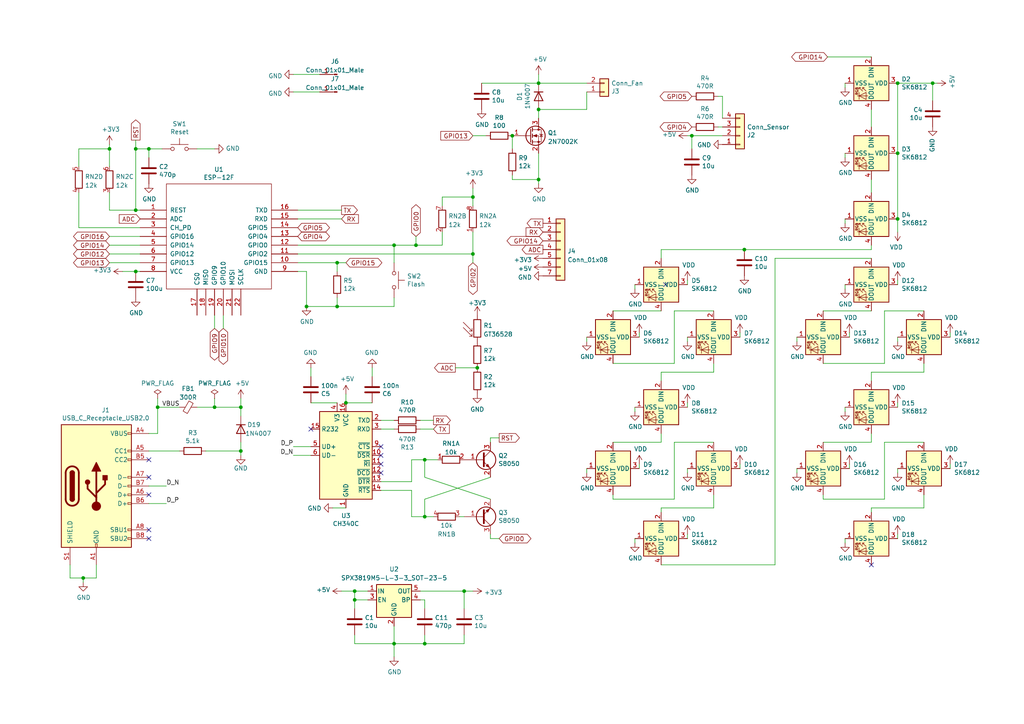
<source format=kicad_sch>
(kicad_sch (version 20211123) (generator eeschema)
  (paper "A4")
  (title_block (title "ESPriktning"))
  (junction (at 137.16 73.66))
  (junction (at 39.37 78.74))
  (junction (at 114.3 186.69))
  (junction (at 69.85 130.81))
  (junction (at 62.23 118.11))
  (junction (at 138.43 106.68))
  (junction (at 43.18 43.18))
  (junction (at 260.35 63.5))
  (junction (at 156.21 52.07))
  (junction (at 69.85 118.11))
  (junction (at 137.16 57.15))
  (junction (at 270.51 24.13))
  (junction (at 45.72 118.11))
  (junction (at 260.35 24.13))
  (junction (at 39.37 60.96))
  (junction (at 102.87 171.45))
  (junction (at 156.21 24.13))
  (junction (at 97.79 76.2))
  (junction (at 123.19 186.69))
  (junction (at 148.59 39.37))
  (junction (at 260.35 44.45))
  (junction (at 100.33 116.84))
  (junction (at 39.37 43.18))
  (junction (at 24.13 167.64))
  (junction (at 120.65 71.12))
  (junction (at 123.19 149.86))
  (junction (at 31.75 43.18))
  (junction (at 114.3 71.12))
  (junction (at 200.66 39.37))
  (junction (at 97.79 88.9))
  (junction (at 156.21 31.75))
  (junction (at 88.9 88.9))
  (junction (at 134.62 171.45))
  (junction (at 123.19 133.35))
  (junction (at 215.9 72.39))
  (junction (at 102.87 173.99))
  (no_connect (at 110.49 132.08))
  (no_connect (at 43.18 133.35))
  (no_connect (at 43.18 156.21))
  (no_connect (at 252.73 163.83))
  (no_connect (at 110.49 129.54))
  (no_connect (at 110.49 134.62))
  (no_connect (at 90.17 124.46))
  (no_connect (at 43.18 138.43))
  (no_connect (at 43.18 143.51))
  (no_connect (at 193.04 82.55))
  (no_connect (at 110.49 137.16))
  (no_connect (at 43.18 153.67))
  (wire (pts (xy 86.36 71.12) (xy 114.3 71.12)))
  (wire (pts (xy 114.3 76.2) (xy 114.3 71.12)))
  (wire (pts (xy 195.58 90.17) (xy 207.01 90.17)))
  (wire (pts (xy 148.59 50.8) (xy 148.59 52.07)))
  (wire (pts (xy 214.63 97.79) (xy 214.63 96.52)))
  (wire (pts (xy 114.3 88.9) (xy 97.79 88.9)))
  (wire (pts (xy 119.38 133.35) (xy 123.19 133.35)))
  (wire (pts (xy 214.63 135.89) (xy 214.63 134.62)))
  (wire (pts (xy 97.79 76.2) (xy 100.33 76.2)))
  (wire (pts (xy 156.21 44.45) (xy 156.21 52.07)))
  (wire (pts (xy 252.73 147.32) (xy 252.73 148.59)))
  (wire (pts (xy 191.77 107.95) (xy 191.77 110.49)))
  (wire (pts (xy 123.19 149.86) (xy 125.73 149.86)))
  (wire (pts (xy 209.55 27.94) (xy 209.55 34.29)))
  (wire (pts (xy 191.77 125.73) (xy 191.77 128.27)))
  (wire (pts (xy 43.18 140.97) (xy 48.26 140.97)))
  (wire (pts (xy 170.18 31.75) (xy 156.21 31.75)))
  (wire (pts (xy 137.16 73.66) (xy 137.16 76.2)))
  (wire (pts (xy 40.64 68.58) (xy 31.75 68.58)))
  (wire (pts (xy 85.09 129.54) (xy 90.17 129.54)))
  (wire (pts (xy 123.19 184.15) (xy 123.19 186.69)))
  (wire (pts (xy 119.38 149.86) (xy 123.19 149.86)))
  (wire (pts (xy 132.08 106.68) (xy 138.43 106.68)))
  (wire (pts (xy 170.18 26.67) (xy 170.18 31.75)))
  (wire (pts (xy 107.95 116.84) (xy 100.33 116.84)))
  (wire (pts (xy 252.73 72.39) (xy 215.9 72.39)))
  (wire (pts (xy 97.79 116.84) (xy 90.17 116.84)))
  (wire (pts (xy 224.79 163.83) (xy 224.79 74.93)))
  (wire (pts (xy 40.64 76.2) (xy 31.75 76.2)))
  (wire (pts (xy 144.78 156.21) (xy 142.24 156.21)))
  (wire (pts (xy 200.66 43.18) (xy 200.66 39.37)))
  (wire (pts (xy 69.85 130.81) (xy 69.85 132.08)))
  (wire (pts (xy 20.32 163.83) (xy 20.32 167.64)))
  (wire (pts (xy 170.18 97.79) (xy 170.18 99.06)))
  (wire (pts (xy 123.19 186.69) (xy 114.3 186.69)))
  (wire (pts (xy 207.01 143.51) (xy 207.01 147.32)))
  (wire (pts (xy 100.33 147.32) (xy 96.52 147.32)))
  (wire (pts (xy 114.3 181.61) (xy 114.3 186.69)))
  (wire (pts (xy 208.28 36.83) (xy 209.55 36.83)))
  (wire (pts (xy 86.36 78.74) (xy 88.9 78.74)))
  (wire (pts (xy 24.13 167.64) (xy 27.94 167.64)))
  (wire (pts (xy 137.16 57.15) (xy 137.16 59.69)))
  (wire (pts (xy 69.85 128.27) (xy 69.85 130.81)))
  (wire (pts (xy 231.14 97.79) (xy 231.14 99.06)))
  (wire (pts (xy 200.66 39.37) (xy 199.39 39.37)))
  (wire (pts (xy 128.27 57.15) (xy 137.16 57.15)))
  (wire (pts (xy 134.62 186.69) (xy 123.19 186.69)))
  (wire (pts (xy 43.18 45.72) (xy 43.18 43.18)))
  (wire (pts (xy 43.18 43.18) (xy 46.99 43.18)))
  (wire (pts (xy 31.75 43.18) (xy 22.86 43.18)))
  (wire (pts (xy 238.76 144.78) (xy 256.54 144.78)))
  (wire (pts (xy 40.64 73.66) (xy 31.75 73.66)))
  (wire (pts (xy 125.73 121.92) (xy 121.92 121.92)))
  (wire (pts (xy 31.75 60.96) (xy 39.37 60.96)))
  (wire (pts (xy 85.09 26.67) (xy 92.71 26.67)))
  (wire (pts (xy 114.3 124.46) (xy 110.49 124.46)))
  (wire (pts (xy 86.36 60.96) (xy 99.06 60.96)))
  (wire (pts (xy 39.37 43.18) (xy 43.18 43.18)))
  (wire (pts (xy 20.32 167.64) (xy 24.13 167.64)))
  (wire (pts (xy 39.37 43.18) (xy 39.37 40.64)))
  (wire (pts (xy 185.42 97.79) (xy 185.42 96.52)))
  (wire (pts (xy 114.3 186.69) (xy 102.87 186.69)))
  (wire (pts (xy 156.21 24.13) (xy 170.18 24.13)))
  (wire (pts (xy 267.97 105.41) (xy 267.97 107.95)))
  (wire (pts (xy 59.69 130.81) (xy 69.85 130.81)))
  (wire (pts (xy 238.76 105.41) (xy 256.54 105.41)))
  (wire (pts (xy 99.06 171.45) (xy 102.87 171.45)))
  (wire (pts (xy 97.79 86.36) (xy 97.79 88.9)))
  (wire (pts (xy 195.58 144.78) (xy 195.58 128.27)))
  (wire (pts (xy 170.18 137.16) (xy 170.18 135.89)))
  (wire (pts (xy 245.11 83.82) (xy 245.11 82.55)))
  (wire (pts (xy 260.35 82.55) (xy 260.35 81.28)))
  (wire (pts (xy 102.87 171.45) (xy 102.87 173.99)))
  (wire (pts (xy 134.62 184.15) (xy 134.62 186.69)))
  (wire (pts (xy 199.39 97.79) (xy 199.39 99.06)))
  (wire (pts (xy 245.11 45.72) (xy 245.11 44.45)))
  (wire (pts (xy 88.9 78.74) (xy 88.9 88.9)))
  (wire (pts (xy 114.3 71.12) (xy 120.65 71.12)))
  (wire (pts (xy 195.58 144.78) (xy 177.8 144.78)))
  (wire (pts (xy 133.35 149.86) (xy 134.62 149.86)))
  (wire (pts (xy 31.75 55.88) (xy 31.75 60.96)))
  (wire (pts (xy 110.49 142.24) (xy 119.38 142.24)))
  (wire (pts (xy 52.07 130.81) (xy 43.18 130.81)))
  (wire (pts (xy 256.54 128.27) (xy 267.97 128.27)))
  (wire (pts (xy 134.62 171.45) (xy 134.62 176.53)))
  (wire (pts (xy 156.21 34.29) (xy 156.21 31.75)))
  (wire (pts (xy 195.58 105.41) (xy 195.58 90.17)))
  (wire (pts (xy 69.85 118.11) (xy 69.85 120.65)))
  (wire (pts (xy 137.16 67.31) (xy 137.16 73.66)))
  (wire (pts (xy 45.72 115.57) (xy 45.72 118.11)))
  (wire (pts (xy 123.19 173.99) (xy 123.19 176.53)))
  (wire (pts (xy 191.77 163.83) (xy 224.79 163.83)))
  (wire (pts (xy 246.38 97.79) (xy 246.38 96.52)))
  (wire (pts (xy 260.35 24.13) (xy 260.35 44.45)))
  (wire (pts (xy 128.27 67.31) (xy 128.27 71.12)))
  (wire (pts (xy 64.77 95.25) (xy 64.77 91.44)))
  (wire (pts (xy 252.73 71.12) (xy 252.73 72.39)))
  (wire (pts (xy 114.3 121.92) (xy 110.49 121.92)))
  (wire (pts (xy 252.73 125.73) (xy 252.73 128.27)))
  (wire (pts (xy 256.54 144.78) (xy 256.54 128.27)))
  (wire (pts (xy 245.11 64.77) (xy 245.11 63.5)))
  (wire (pts (xy 177.8 143.51) (xy 177.8 144.78)))
  (wire (pts (xy 252.73 55.88) (xy 252.73 52.07)))
  (wire (pts (xy 191.77 90.17) (xy 177.8 90.17)))
  (wire (pts (xy 260.35 137.16) (xy 260.35 135.89)))
  (wire (pts (xy 85.09 132.08) (xy 90.17 132.08)))
  (wire (pts (xy 224.79 74.93) (xy 252.73 74.93)))
  (wire (pts (xy 100.33 116.84) (xy 100.33 114.3)))
  (wire (pts (xy 62.23 115.57) (xy 62.23 118.11)))
  (wire (pts (xy 275.59 97.79) (xy 275.59 96.52)))
  (wire (pts (xy 142.24 128.27) (xy 142.24 127)))
  (wire (pts (xy 128.27 57.15) (xy 128.27 59.69)))
  (wire (pts (xy 43.18 146.05) (xy 48.26 146.05)))
  (wire (pts (xy 209.55 39.37) (xy 200.66 39.37)))
  (wire (pts (xy 39.37 43.18) (xy 39.37 60.96)))
  (wire (pts (xy 43.18 125.73) (xy 45.72 125.73)))
  (wire (pts (xy 102.87 173.99) (xy 102.87 176.53)))
  (wire (pts (xy 240.03 16.51) (xy 252.73 16.51)))
  (wire (pts (xy 142.24 127) (xy 144.78 127)))
  (wire (pts (xy 62.23 95.25) (xy 62.23 91.44)))
  (wire (pts (xy 62.23 118.11) (xy 69.85 118.11)))
  (wire (pts (xy 102.87 171.45) (xy 106.68 171.45)))
  (wire (pts (xy 156.21 24.13) (xy 156.21 21.59)))
  (wire (pts (xy 31.75 43.18) (xy 31.75 48.26)))
  (wire (pts (xy 267.97 143.51) (xy 267.97 147.32)))
  (wire (pts (xy 27.94 167.64) (xy 27.94 163.83)))
  (wire (pts (xy 123.19 149.86) (xy 123.19 144.78)))
  (wire (pts (xy 184.15 157.48) (xy 184.15 156.21)))
  (wire (pts (xy 185.42 135.89) (xy 185.42 134.62)))
  (wire (pts (xy 215.9 72.39) (xy 191.77 72.39)))
  (wire (pts (xy 252.73 128.27) (xy 238.76 128.27)))
  (wire (pts (xy 22.86 43.18) (xy 22.86 48.26)))
  (wire (pts (xy 246.38 135.89) (xy 246.38 134.62)))
  (wire (pts (xy 184.15 83.82) (xy 184.15 82.55)))
  (wire (pts (xy 85.09 21.59) (xy 92.71 21.59)))
  (wire (pts (xy 207.01 107.95) (xy 191.77 107.95)))
  (wire (pts (xy 123.19 138.43) (xy 123.19 133.35)))
  (wire (pts (xy 62.23 43.18) (xy 57.15 43.18)))
  (wire (pts (xy 69.85 118.11) (xy 69.85 115.57)))
  (wire (pts (xy 45.72 118.11) (xy 45.72 125.73)))
  (wire (pts (xy 31.75 41.91) (xy 31.75 43.18)))
  (wire (pts (xy 39.37 60.96) (xy 40.64 60.96)))
  (wire (pts (xy 142.24 144.78) (xy 123.19 138.43)))
  (wire (pts (xy 252.73 90.17) (xy 238.76 90.17)))
  (wire (pts (xy 245.11 25.4) (xy 245.11 24.13)))
  (wire (pts (xy 184.15 119.38) (xy 184.15 118.11)))
  (wire (pts (xy 123.19 144.78) (xy 142.24 138.43)))
  (wire (pts (xy 207.01 105.41) (xy 207.01 107.95)))
  (wire (pts (xy 57.15 118.11) (xy 62.23 118.11)))
  (wire (pts (xy 260.35 156.21) (xy 260.35 154.94)))
  (wire (pts (xy 114.3 88.9) (xy 114.3 86.36)))
  (wire (pts (xy 260.35 24.13) (xy 270.51 24.13)))
  (wire (pts (xy 275.59 135.89) (xy 275.59 134.62)))
  (wire (pts (xy 119.38 142.24) (xy 119.38 149.86)))
  (wire (pts (xy 86.36 76.2) (xy 97.79 76.2)))
  (wire (pts (xy 24.13 168.91) (xy 24.13 167.64)))
  (wire (pts (xy 156.21 24.13) (xy 139.7 24.13)))
  (wire (pts (xy 199.39 82.55) (xy 199.39 81.28)))
  (wire (pts (xy 156.21 52.07) (xy 156.21 53.34)))
  (wire (pts (xy 40.64 71.12) (xy 31.75 71.12)))
  (wire (pts (xy 102.87 184.15) (xy 102.87 186.69)))
  (wire (pts (xy 120.65 71.12) (xy 128.27 71.12)))
  (wire (pts (xy 148.59 43.18) (xy 148.59 39.37)))
  (wire (pts (xy 256.54 90.17) (xy 267.97 90.17)))
  (wire (pts (xy 191.77 128.27) (xy 177.8 128.27)))
  (wire (pts (xy 195.58 128.27) (xy 207.01 128.27)))
  (wire (pts (xy 260.35 44.45) (xy 260.35 63.5)))
  (wire (pts (xy 120.65 68.58) (xy 120.65 71.12)))
  (wire (pts (xy 260.35 118.11) (xy 260.35 116.84)))
  (wire (pts (xy 22.86 66.04) (xy 40.64 66.04)))
  (wire (pts (xy 121.92 173.99) (xy 123.19 173.99)))
  (wire (pts (xy 199.39 137.16) (xy 199.39 135.89)))
  (wire (pts (xy 22.86 55.88) (xy 22.86 66.04)))
  (wire (pts (xy 107.95 109.22) (xy 107.95 106.68)))
  (wire (pts (xy 252.73 107.95) (xy 252.73 110.49)))
  (wire (pts (xy 137.16 171.45) (xy 134.62 171.45)))
  (wire (pts (xy 35.56 78.74) (xy 39.37 78.74)))
  (wire (pts (xy 121.92 171.45) (xy 134.62 171.45)))
  (wire (pts (xy 199.39 118.11) (xy 199.39 116.84)))
  (wire (pts (xy 199.39 156.21) (xy 199.39 154.94)))
  (wire (pts (xy 137.16 57.15) (xy 137.16 54.61)))
  (wire (pts (xy 39.37 78.74) (xy 40.64 78.74)))
  (wire (pts (xy 148.59 52.07) (xy 156.21 52.07)))
  (wire (pts (xy 125.73 124.46) (xy 121.92 124.46)))
  (wire (pts (xy 191.77 147.32) (xy 191.77 148.59)))
  (wire (pts (xy 270.51 24.13) (xy 271.78 24.13)))
  (wire (pts (xy 45.72 118.11) (xy 52.07 118.11)))
  (wire (pts (xy 208.28 27.94) (xy 209.55 27.94)))
  (wire (pts (xy 256.54 105.41) (xy 256.54 90.17)))
  (wire (pts (xy 86.36 73.66) (xy 137.16 73.66)))
  (wire (pts (xy 267.97 107.95) (xy 252.73 107.95)))
  (wire (pts (xy 114.3 190.5) (xy 114.3 186.69)))
  (wire (pts (xy 86.36 63.5) (xy 99.06 63.5)))
  (wire (pts (xy 97.79 88.9) (xy 88.9 88.9)))
  (wire (pts (xy 267.97 147.32) (xy 252.73 147.32)))
  (wire (pts (xy 142.24 156.21) (xy 142.24 154.94)))
  (wire (pts (xy 123.19 133.35) (xy 127 133.35)))
  (wire (pts (xy 110.49 139.7) (xy 119.38 139.7)))
  (wire (pts (xy 245.11 119.38) (xy 245.11 118.11)))
  (wire (pts (xy 191.77 72.39) (xy 191.77 74.93)))
  (wire (pts (xy 177.8 105.41) (xy 195.58 105.41)))
  (wire (pts (xy 102.87 173.99) (xy 106.68 173.99)))
  (wire (pts (xy 207.01 147.32) (xy 191.77 147.32)))
  (wire (pts (xy 252.73 36.83) (xy 252.73 31.75)))
  (wire (pts (xy 231.14 137.16) (xy 231.14 135.89)))
  (wire (pts (xy 245.11 157.48) (xy 245.11 156.21)))
  (wire (pts (xy 238.76 143.51) (xy 238.76 144.78)))
  (wire (pts (xy 260.35 63.5) (xy 260.35 67.31)))
  (wire (pts (xy 260.35 97.79) (xy 260.35 99.06)))
  (wire (pts (xy 119.38 139.7) (xy 119.38 133.35)))
  (wire (pts (xy 270.51 29.21) (xy 270.51 24.13)))
  (wire (pts (xy 97.79 76.2) (xy 97.79 78.74)))
  (wire (pts (xy 137.16 39.37) (xy 140.97 39.37)))
  (wire (pts (xy 90.17 109.22) (xy 90.17 106.68)))
  (label "D_P" (at 85.09 129.54 180))
  (label "D_N" (at 48.26 140.97 0))
  (label "D_N" (at 85.09 132.08 180))
  (label "D_P" (at 48.26 146.05 0))
  (label "VBUS" (at 46.99 118.11 0))
  (global_label "RST" (shape output) (at 144.78 127 0) (property "Intersheet References" "${INTERSHEET_REFS}" (effects hide)))
  (global_label "GPIO10" (shape bidirectional) (at 64.77 95.25 270) (property "Intersheet References" "${INTERSHEET_REFS}" (effects hide)))
  (global_label "GPIO16" (shape bidirectional) (at 31.75 68.58 180) (property "Intersheet References" "${INTERSHEET_REFS}" (effects hide)))
  (global_label "GPIO15" (shape bidirectional) (at 100.33 76.2 0) (property "Intersheet References" "${INTERSHEET_REFS}" (effects hide)))
  (global_label "GPIO0" (shape bidirectional) (at 120.65 68.58 90) (property "Intersheet References" "${INTERSHEET_REFS}" (effects hide)))
  (global_label "GPIO14" (shape bidirectional) (at 240.03 16.51 180) (property "Intersheet References" "${INTERSHEET_REFS}" (effects hide)))
  (global_label "ADC" (shape output) (at 157.48 72.39 180) (property "Intersheet References" "${INTERSHEET_REFS}" (effects hide)))
  (global_label "GPIO4" (shape bidirectional) (at 86.36 68.58 0) (property "Intersheet References" "${INTERSHEET_REFS}" (effects hide)))
  (global_label "GPIO13" (shape input) (at 137.16 39.37 180) (property "Intersheet References" "${INTERSHEET_REFS}" (effects hide)))
  (global_label "GPIO5" (shape bidirectional) (at 200.66 27.94 180) (property "Intersheet References" "${INTERSHEET_REFS}" (effects hide)))
  (global_label "GPIO14" (shape bidirectional) (at 31.75 71.12 180) (property "Intersheet References" "${INTERSHEET_REFS}" (effects hide)))
  (global_label "RX" (shape output) (at 125.73 121.92 0) (property "Intersheet References" "${INTERSHEET_REFS}" (effects hide)))
  (global_label "RST" (shape output) (at 39.37 40.64 90) (property "Intersheet References" "${INTERSHEET_REFS}" (effects hide)))
  (global_label "TX" (shape output) (at 157.48 64.77 180) (property "Intersheet References" "${INTERSHEET_REFS}" (effects hide)))
  (global_label "TX" (shape input) (at 125.73 124.46 0) (property "Intersheet References" "${INTERSHEET_REFS}" (effects hide)))
  (global_label "TX" (shape output) (at 99.06 60.96 0) (property "Intersheet References" "${INTERSHEET_REFS}" (effects hide)))
  (global_label "GPIO0" (shape bidirectional) (at 144.78 156.21 0) (property "Intersheet References" "${INTERSHEET_REFS}" (effects hide)))
  (global_label "GPIO5" (shape bidirectional) (at 86.36 66.04 0) (property "Intersheet References" "${INTERSHEET_REFS}" (effects hide)))
  (global_label "ADC" (shape output) (at 132.08 106.68 180) (property "Intersheet References" "${INTERSHEET_REFS}" (effects hide)))
  (global_label "GPIO4" (shape bidirectional) (at 200.66 36.83 180) (property "Intersheet References" "${INTERSHEET_REFS}" (effects hide)))
  (global_label "GPIO9" (shape bidirectional) (at 62.23 95.25 270) (property "Intersheet References" "${INTERSHEET_REFS}" (effects hide)))
  (global_label "RX" (shape input) (at 157.48 67.31 180) (property "Intersheet References" "${INTERSHEET_REFS}" (effects hide)))
  (global_label "GPIO13" (shape bidirectional) (at 31.75 76.2 180) (property "Intersheet References" "${INTERSHEET_REFS}" (effects hide)))
  (global_label "GPIO12" (shape bidirectional) (at 31.75 73.66 180) (property "Intersheet References" "${INTERSHEET_REFS}" (effects hide)))
  (global_label "ADC" (shape input) (at 40.64 63.5 180) (property "Intersheet References" "${INTERSHEET_REFS}" (effects hide)))
  (global_label "GPIO2" (shape bidirectional) (at 137.16 76.2 270) (property "Intersheet References" "${INTERSHEET_REFS}" (effects hide)))
  (global_label "RX" (shape input) (at 99.06 63.5 0) (property "Intersheet References" "${INTERSHEET_REFS}" (effects hide)))
  (global_label "GPIO14" (shape bidirectional) (at 157.48 69.85 180) (property "Intersheet References" "${INTERSHEET_REFS}" (effects hide)))
  (symbol (lib_id "ESP8266:ESP-12F") (at 63.5 68.58 0) (unit 1)
    (property "Reference" "U1" (at 63.5 49.149 0))
    (property "Value" "ESP-12F" (at 63.5 51.4604 0))
    (property "Footprint" "ESP8266:ESP-12E_SMD" (effects hide))
    (property "LCSC" "C82891" (effects hide))
  )
  (symbol (lib_id "power:GND") (at 88.9 88.9 0) (unit 1)
    (property "Reference" "#PWR08" (effects hide))
    (property "Value" "GND" (at 89.027 93.2942 0))
  )
  (symbol (lib_id "Regulator_Linear:SPX3819M5-L-3-3") (at 114.3 173.99 0) (unit 1)
    (property "Reference" "U2" (at 114.3 165.1 0))
    (property "Value" "SPX3819M5-L-3-3_SOT-23-5" (at 114.3 167.64 0))
    (property "Footprint" "Package_TO_SOT_SMD:SOT-23-5" (effects hide))
    (property "Datasheet" "https://www.exar.com/content/document.ashx?id=22106&languageid=1033&type=Datasheet&partnumber=SPX3819&filename=SPX3819.pdf&part=SPX3819" (effects hide))
  )
  (symbol (lib_id "power:+5V") (at 99.06 171.45 90) (unit 1)
    (property "Reference" "#PWR09" (effects hide))
    (property "Value" "+5V" (at 95.8088 171.069 90) (effects (justify left)))
  )
  (symbol (lib_id "power:GND") (at 114.3 190.5 0) (unit 1)
    (property "Reference" "#PWR012" (effects hide))
    (property "Value" "GND" (at 114.427 194.8942 0))
  )
  (symbol (lib_id "Device:R") (at 144.78 39.37 270) (unit 1)
    (property "Reference" "R8" (at 144.78 34.1122 90))
    (property "Value" "100" (at 144.78 36.4236 90))
    (property "Footprint" "Resistor_SMD:R_0603_1608Metric" (effects hide))
    (property "LCSC" "C86983" (effects hide))
  )
  (symbol (lib_id "Device:R") (at 148.59 46.99 0) (unit 1)
    (property "Reference" "R9" (at 150.368 45.8216 0) (effects (justify left)))
    (property "Value" "12k" (at 150.368 48.133 0) (effects (justify left)))
    (property "Footprint" "Resistor_SMD:R_0603_1608Metric" (effects hide))
    (property "LCSC" "C98220" (effects hide))
  )
  (symbol (lib_id "power:GND") (at 156.21 53.34 0) (unit 1)
    (property "Reference" "#PWR016" (effects hide))
    (property "Value" "GND" (at 156.337 57.7342 0))
  )
  (symbol (lib_id "power:+5V") (at 156.21 21.59 0) (unit 1)
    (property "Reference" "#PWR015" (effects hide))
    (property "Value" "+5V" (at 156.591 17.1958 0))
  )
  (symbol (lib_id "Connector_Generic:Conn_01x02") (at 175.26 26.67 0) (mirror x) (unit 1)
    (property "Reference" "J3" (at 177.292 26.4668 0) (effects (justify left)))
    (property "Value" "Conn_Fan" (at 177.292 24.1554 0) (effects (justify left)))
    (property "Footprint" "Connector_Molex:Molex_PicoBlade_53398-0271_1x02-1MP_P1.25mm_Vertical" (effects hide))
    (property "LCSC" "C122410" (effects hide))
  )
  (symbol (lib_id "Device:R") (at 97.79 82.55 0) (unit 1)
    (property "Reference" "R5" (at 99.568 81.3816 0) (effects (justify left)))
    (property "Value" "12k" (at 99.568 83.693 0) (effects (justify left)))
    (property "Footprint" "Resistor_SMD:R_0603_1608Metric" (effects hide))
    (property "LCSC" "C98220" (effects hide))
  )
  (symbol (lib_id "power:GND") (at 270.51 36.83 0) (mirror y) (unit 1)
    (property "Reference" "#PWR047" (effects hide))
    (property "Value" "GND" (at 270.383 40.0812 90) (effects (justify right)))
  )
  (symbol (lib_id "Switch:SW_Push") (at 114.3 81.28 270) (unit 1)
    (property "Reference" "SW2" (at 118.0592 80.1116 90) (effects (justify left)))
    (property "Value" "Flash" (at 118.0592 82.423 90) (effects (justify left)))
    (property "Footprint" "Connector_PinHeader_1.00mm:PinHeader_1x02_P1.00mm_Vertical" (effects hide))
  )
  (symbol (lib_id "Switch:SW_Push") (at 52.07 43.18 0) (unit 1)
    (property "Reference" "SW1" (at 52.07 35.941 0))
    (property "Value" "Reset" (at 52.07 38.2524 0))
    (property "Footprint" "Connector_PinHeader_1.00mm:PinHeader_1x02_P1.00mm_Vertical" (effects hide))
  )
  (symbol (lib_id "Device:C") (at 43.18 49.53 0) (unit 1)
    (property "Reference" "C2" (at 46.101 48.3616 0) (effects (justify left)))
    (property "Value" "470p" (at 46.101 50.673 0) (effects (justify left)))
    (property "Footprint" "Capacitor_SMD:C_0603_1608Metric" (effects hide))
    (property "LCSC" "C123573" (effects hide))
  )
  (symbol (lib_id "power:GND") (at 43.18 53.34 0) (unit 1)
    (property "Reference" "#PWR04" (effects hide))
    (property "Value" "GND" (at 43.307 57.7342 0))
  )
  (symbol (lib_id "Connector:USB_C_Receptacle_USB2.0") (at 27.94 140.97 0) (unit 1)
    (property "Reference" "J1" (at 30.6578 118.9482 0))
    (property "Value" "USB_C_Receptacle_USB2.0" (at 30.6578 121.2596 0))
    (property "Footprint" "espriktning:usb-c-vertical-8" (effects hide))
    (property "Datasheet" "https://www.usb.org/sites/default/files/documents/usb_type-c.zip" (effects hide))
    (property "LCSC" "C2908199" (effects hide))
  )
  (symbol (lib_id "power:+5V") (at 271.78 24.13 270) (mirror x) (unit 1)
    (property "Reference" "#PWR050" (effects hide))
    (property "Value" "+5V" (at 276.1742 23.749 0))
  )
  (symbol (lib_id "power:GND") (at 24.13 168.91 0) (unit 1)
    (property "Reference" "#PWR02" (effects hide))
    (property "Value" "GND" (at 24.257 173.3042 0))
  )
  (symbol (lib_id "Device:R") (at 55.88 130.81 270) (unit 1)
    (property "Reference" "R3" (at 55.88 125.5522 90))
    (property "Value" "5.1k" (at 55.88 127.8636 90))
    (property "Footprint" "Resistor_SMD:R_0603_1608Metric" (effects hide))
    (property "LCSC" "C156350" (effects hide))
  )
  (symbol (lib_id "power:GND") (at 69.85 132.08 0) (unit 1)
    (property "Reference" "#PWR07" (effects hide))
    (property "Value" "GND" (at 71.8834 135.8013 0) (effects (justify right)))
  )
  (symbol (lib_id "power:+5V") (at 69.85 115.57 0) (unit 1)
    (property "Reference" "#PWR05" (effects hide))
    (property "Value" "+5V" (at 70.231 111.1758 0))
  )
  (symbol (lib_id "power:PWR_FLAG") (at 45.72 115.57 0) (unit 1)
    (property "Reference" "#FLG01" (effects hide))
    (property "Value" "PWR_FLAG" (at 45.72 111.1758 0))
  )
  (symbol (lib_id "Device:C") (at 270.51 33.02 0) (mirror y) (unit 1)
    (property "Reference" "C4" (at 267.589 31.8516 0) (effects (justify left)))
    (property "Value" "10u" (at 267.589 34.163 0) (effects (justify left)))
    (property "Footprint" "Capacitor_SMD:C_1206_3216Metric" (effects hide))
    (property "LCSC" "C9807" (effects hide))
  )
  (symbol (lib_id "Connector_Generic:Conn_01x04") (at 214.63 39.37 0) (mirror x) (unit 1)
    (property "Reference" "J2" (at 216.662 39.1668 0) (effects (justify left)))
    (property "Value" "Conn_Sensor" (at 216.662 36.8554 0) (effects (justify left)))
    (property "Footprint" "espriktning:X1502WVS-04-9TSN" (effects hide))
    (property "LCSC" "C234195" (effects hide))
  )
  (symbol (lib_id "power:+5V") (at 199.39 39.37 90) (unit 1)
    (property "Reference" "#PWR010" (effects hide))
    (property "Value" "+5V" (at 196.1388 38.989 90) (effects (justify left)))
  )
  (symbol (lib_id "power:GND") (at 62.23 43.18 90) (unit 1)
    (property "Reference" "#PWR06" (effects hide))
    (property "Value" "GND" (at 65.4812 43.053 90) (effects (justify right)))
  )
  (symbol (lib_id "power:GND") (at 209.55 41.91 270) (unit 1)
    (property "Reference" "#PWR011" (effects hide))
    (property "Value" "GND" (at 206.2988 42.037 90) (effects (justify right)))
  )
  (symbol (lib_id "LED:SK6812") (at 252.73 63.5 270) (unit 1) (on_board no)
    (property "Reference" "D4" (at 261.4676 62.3316 90) (effects (justify left)))
    (property "Value" "SK6812" (at 261.4676 64.643 90) (effects (justify left)))
    (property "Footprint" "espriktning:SK6812D-EC3210R" (effects hide))
    (property "Datasheet" "https://cdn-shop.adafruit.com/product-files/1138/SK6812+LED+datasheet+.pdf" (effects hide))
    (property "LCSC" "C2890041" (effects hide))
  )
  (symbol (lib_id "power:GND") (at 245.11 25.4 0) (unit 1)
    (property "Reference" "#PWR033" (effects hide))
    (property "Value" "GND" (at 245.237 29.7942 0))
  )
  (symbol (lib_id "power:GND") (at 245.11 45.72 0) (unit 1)
    (property "Reference" "#PWR034" (effects hide))
    (property "Value" "GND" (at 245.237 50.1142 0))
  )
  (symbol (lib_id "Device:C") (at 134.62 180.34 0) (unit 1)
    (property "Reference" "C3" (at 137.541 179.1716 0) (effects (justify left)))
    (property "Value" "10u" (at 137.541 181.483 0) (effects (justify left)))
    (property "Footprint" "Capacitor_SMD:C_1206_3216Metric" (effects hide))
    (property "LCSC" "C9807" (effects hide))
  )
  (symbol (lib_id "power:GND") (at 245.11 64.77 0) (unit 1)
    (property "Reference" "#PWR035" (effects hide))
    (property "Value" "GND" (at 245.237 69.1642 0))
  )
  (symbol (lib_id "power:GND") (at 96.52 147.32 270) (unit 1)
    (property "Reference" "#PWR0101" (effects hide))
    (property "Value" "GND" (at 93.2688 147.447 90) (effects (justify right)))
  )
  (symbol (lib_id "Device:R") (at 118.11 121.92 270) (unit 1)
    (property "Reference" "R10" (at 118.11 116.6622 90))
    (property "Value" "470R" (at 118.11 118.9736 90))
    (property "Footprint" "Resistor_SMD:R_0603_1608Metric" (effects hide))
    (property "LCSC" "C116694" (effects hide))
  )
  (symbol (lib_id "power:VDD") (at 260.35 67.31 180) (unit 1)
    (property "Reference" "#PWR041" (effects hide))
    (property "Value" "VDD" (at 259.969 71.7042 0))
  )
  (symbol (lib_id "power:VDD") (at 199.39 81.28 0) (unit 1)
    (property "Reference" "#PWR024" (effects hide))
    (property "Value" "VDD" (at 199.771 76.8858 0))
  )
  (symbol (lib_id "power:VDD") (at 185.42 96.52 0) (unit 1)
    (property "Reference" "#PWR023" (effects hide))
    (property "Value" "VDD" (at 185.801 92.1258 0))
  )
  (symbol (lib_id "power:GND") (at 184.15 83.82 0) (unit 1)
    (property "Reference" "#PWR019" (effects hide))
    (property "Value" "GND" (at 184.277 88.2142 0))
  )
  (symbol (lib_id "Device:C") (at 107.95 113.03 0) (mirror x) (unit 1)
    (property "Reference" "C6" (at 110.871 114.1984 0) (effects (justify left)))
    (property "Value" "100n" (at 110.871 111.887 0) (effects (justify left)))
    (property "Footprint" "Capacitor_SMD:C_0805_2012Metric" (effects hide))
    (property "LCSC" "C9807" (effects hide))
  )
  (symbol (lib_id "power:GND") (at 107.95 106.68 180) (unit 1)
    (property "Reference" "#PWR0102" (effects hide))
    (property "Value" "GND" (at 107.823 102.2858 0))
  )
  (symbol (lib_id "power:GND") (at 199.39 99.06 0) (unit 1)
    (property "Reference" "#PWR025" (effects hide))
    (property "Value" "GND" (at 199.517 103.4542 0))
  )
  (symbol (lib_id "power:GND") (at 170.18 99.06 0) (unit 1)
    (property "Reference" "#PWR018" (effects hide))
    (property "Value" "GND" (at 170.307 103.4542 0))
  )
  (symbol (lib_id "LED:SK6812") (at 252.73 44.45 270) (unit 1) (on_board no)
    (property "Reference" "D3" (at 261.4676 43.2816 90) (effects (justify left)))
    (property "Value" "SK6812" (at 261.4676 45.593 90) (effects (justify left)))
    (property "Footprint" "espriktning:SK6812D-EC3210R" (effects hide))
    (property "Datasheet" "https://cdn-shop.adafruit.com/product-files/1138/SK6812+LED+datasheet+.pdf" (effects hide))
    (property "LCSC" "C2890041" (effects hide))
  )
  (symbol (lib_id "Device:C") (at 39.37 82.55 0) (unit 1)
    (property "Reference" "C7" (at 42.291 81.3816 0) (effects (justify left)))
    (property "Value" "100u" (at 42.291 83.693 0) (effects (justify left)))
    (property "Footprint" "Capacitor_SMD:C_0805_2012Metric" (effects hide))
    (property "LCSC" "C141660" (effects hide))
  )
  (symbol (lib_id "power:GND") (at 184.15 119.38 0) (unit 1)
    (property "Reference" "#PWR020" (effects hide))
    (property "Value" "GND" (at 184.277 123.7742 0))
  )
  (symbol (lib_id "power:VDD") (at 214.63 96.52 0) (unit 1)
    (property "Reference" "#PWR029" (effects hide))
    (property "Value" "VDD" (at 215.011 92.1258 0))
  )
  (symbol (lib_id "Device:R") (at 118.11 124.46 270) (mirror x) (unit 1)
    (property "Reference" "R13" (at 118.11 129.7178 90))
    (property "Value" "470R" (at 118.11 127.4064 90))
    (property "Footprint" "Resistor_SMD:R_0603_1608Metric" (effects hide))
    (property "LCSC" "C116694" (effects hide))
  )
  (symbol (lib_id "power:GND") (at 170.18 137.16 0) (unit 1)
    (property "Reference" "#PWR017" (effects hide))
    (property "Value" "GND" (at 170.307 141.5542 0))
  )
  (symbol (lib_id "power:VDD") (at 199.39 116.84 0) (unit 1)
    (property "Reference" "#PWR026" (effects hide))
    (property "Value" "VDD" (at 199.771 112.4458 0))
  )
  (symbol (lib_id "power:GND") (at 199.39 137.16 0) (unit 1)
    (property "Reference" "#PWR027" (effects hide))
    (property "Value" "GND" (at 199.517 141.5542 0))
  )
  (symbol (lib_id "power:GND") (at 184.15 157.48 0) (unit 1)
    (property "Reference" "#PWR022" (effects hide))
    (property "Value" "GND" (at 184.277 161.8742 0))
  )
  (symbol (lib_id "power:GND") (at 39.37 86.36 0) (unit 1)
    (property "Reference" "#PWR0105" (effects hide))
    (property "Value" "GND" (at 39.497 90.7542 0))
  )
  (symbol (lib_id "power:VDD") (at 185.42 134.62 0) (unit 1)
    (property "Reference" "#PWR021" (effects hide))
    (property "Value" "VDD" (at 185.801 130.2258 0))
  )
  (symbol (lib_id "power:VDD") (at 214.63 134.62 0) (unit 1)
    (property "Reference" "#PWR030" (effects hide))
    (property "Value" "VDD" (at 215.011 130.2258 0))
  )
  (symbol (lib_id "power:VDD") (at 199.39 154.94 0) (unit 1)
    (property "Reference" "#PWR028" (effects hide))
    (property "Value" "VDD" (at 199.771 150.5458 0))
  )
  (symbol (lib_id "power:+5V") (at 100.33 114.3 0) (unit 1)
    (property "Reference" "#PWR0103" (effects hide))
    (property "Value" "+5V" (at 100.711 109.9058 0))
  )
  (symbol (lib_id "power:+3.3V") (at 137.16 171.45 270) (unit 1)
    (property "Reference" "#PWR0106" (effects hide))
    (property "Value" "+3.3V" (at 140.4112 171.831 90) (effects (justify left)))
  )
  (symbol (lib_name "S8050_1") (lib_id "Transistor_BJT:S8050") (at 139.7 133.35 0) (unit 1)
    (property "Reference" "Q2" (at 144.526 132.1816 0) (effects (justify left)))
    (property "Value" "S8050" (at 144.526 134.493 0) (effects (justify left)))
    (property "Footprint" "Package_TO_SOT_SMD:SOT-23" (effects hide))
    (property "Datasheet" "http://www.unisonic.com.tw/datasheet/S8050.pdf" (effects hide))
    (property "LCSC" "C444722" (effects hide))
  )
  (symbol (lib_id "Transistor_BJT:S8050") (at 139.7 149.86 0) (mirror x) (unit 1)
    (property "Reference" "Q3" (at 144.526 148.6916 0) (effects (justify left)))
    (property "Value" "S8050" (at 144.526 151.003 0) (effects (justify left)))
    (property "Footprint" "Package_TO_SOT_SMD:SOT-23" (effects hide))
    (property "Datasheet" "http://www.unisonic.com.tw/datasheet/S8050.pdf" (effects hide))
    (property "LCSC" "C444722" (effects hide))
  )
  (symbol (lib_id "Diode:1N4007") (at 156.21 27.94 270) (unit 1)
    (property "Reference" "D1" (at 150.6982 27.94 0))
    (property "Value" "1N4007" (at 153.0096 27.94 0))
    (property "Footprint" "Diode_SMD:D_SOD-323" (effects hide))
    (property "Datasheet" "http://www.vishay.com/docs/88503/1n4001.pdf" (effects hide))
    (property "LCSC" "C193404" (effects hide))
  )
  (symbol (lib_id "power:GND") (at 245.11 83.82 0) (unit 1)
    (property "Reference" "#PWR036" (effects hide))
    (property "Value" "GND" (at 245.237 88.2142 0))
  )
  (symbol (lib_id "power:GND") (at 260.35 99.06 0) (unit 1)
    (property "Reference" "#PWR043" (effects hide))
    (property "Value" "GND" (at 260.477 103.4542 0))
  )
  (symbol (lib_id "power:GND") (at 231.14 99.06 0) (unit 1)
    (property "Reference" "#PWR032" (effects hide))
    (property "Value" "GND" (at 231.267 103.4542 0))
  )
  (symbol (lib_id "power:GND") (at 245.11 119.38 0) (unit 1)
    (property "Reference" "#PWR037" (effects hide))
    (property "Value" "GND" (at 245.237 123.7742 0))
  )
  (symbol (lib_id "power:GND") (at 231.14 137.16 0) (unit 1)
    (property "Reference" "#PWR031" (effects hide))
    (property "Value" "GND" (at 231.267 141.5542 0))
  )
  (symbol (lib_id "power:GND") (at 260.35 137.16 0) (unit 1)
    (property "Reference" "#PWR045" (effects hide))
    (property "Value" "GND" (at 260.477 141.5542 0))
  )
  (symbol (lib_id "power:GND") (at 245.11 157.48 0) (unit 1)
    (property "Reference" "#PWR039" (effects hide))
    (property "Value" "GND" (at 245.237 161.8742 0))
  )
  (symbol (lib_id "LED:SK6812") (at 267.97 97.79 270) (unit 1) (on_board no)
    (property "Reference" "D14" (at 276.7076 96.6216 90) (effects (justify left)))
    (property "Value" "SK6812" (at 276.7076 98.933 90) (effects (justify left)))
    (property "Footprint" "espriktning:SK6812D-EC3210R" (effects hide))
    (property "Datasheet" "https://cdn-shop.adafruit.com/product-files/1138/SK6812+LED+datasheet+.pdf" (effects hide))
    (property "LCSC" "C2890041" (effects hide))
  )
  (symbol (lib_id "LED:SK6812") (at 207.01 135.89 270) (unit 1) (on_board no)
    (property "Reference" "D10" (at 215.7476 134.7216 90) (effects (justify left)))
    (property "Value" "SK6812" (at 215.7476 137.033 90) (effects (justify left)))
    (property "Footprint" "espriktning:SK6812D-EC3210R" (effects hide))
    (property "Datasheet" "https://cdn-shop.adafruit.com/product-files/1138/SK6812+LED+datasheet+.pdf" (effects hide))
    (property "LCSC" "C2890041" (effects hide))
  )
  (symbol (lib_id "LED:SK6812") (at 267.97 135.89 270) (unit 1) (on_board no)
    (property "Reference" "D17" (at 276.7076 134.7216 90) (effects (justify left)))
    (property "Value" "SK6812" (at 276.7076 137.033 90) (effects (justify left)))
    (property "Footprint" "espriktning:SK6812D-EC3210R" (effects hide))
    (property "Datasheet" "https://cdn-shop.adafruit.com/product-files/1138/SK6812+LED+datasheet+.pdf" (effects hide))
    (property "LCSC" "C2890041" (effects hide))
  )
  (symbol (lib_id "LED:SK6812") (at 252.73 118.11 270) (unit 1) (on_board no)
    (property "Reference" "D15" (at 261.4676 116.9416 90) (effects (justify left)))
    (property "Value" "SK6812" (at 261.4676 119.253 90) (effects (justify left)))
    (property "Footprint" "espriktning:SK6812D-EC3210R" (effects hide))
    (property "Datasheet" "https://cdn-shop.adafruit.com/product-files/1138/SK6812+LED+datasheet+.pdf" (effects hide))
    (property "LCSC" "C2890041" (effects hide))
  )
  (symbol (lib_id "LED:SK6812") (at 252.73 156.21 270) (unit 1) (on_board no)
    (property "Reference" "D18" (at 261.4676 155.0416 90) (effects (justify left)))
    (property "Value" "SK6812" (at 261.4676 157.353 90) (effects (justify left)))
    (property "Footprint" "espriktning:SK6812D-EC3210R" (effects hide))
    (property "Datasheet" "https://cdn-shop.adafruit.com/product-files/1138/SK6812+LED+datasheet+.pdf" (effects hide))
    (property "LCSC" "C2890041" (effects hide))
  )
  (symbol (lib_id "LED:SK6812") (at 177.8 135.89 270) (unit 1) (on_board no)
    (property "Reference" "D9" (at 186.5376 134.7216 90) (effects (justify left)))
    (property "Value" "SK6812" (at 186.5376 137.033 90) (effects (justify left)))
    (property "Footprint" "espriktning:SK6812D-EC3210R" (effects hide))
    (property "Datasheet" "https://cdn-shop.adafruit.com/product-files/1138/SK6812+LED+datasheet+.pdf" (effects hide))
    (property "LCSC" "C2890041" (effects hide))
  )
  (symbol (lib_id "LED:SK6812") (at 238.76 135.89 270) (unit 1) (on_board no)
    (property "Reference" "D16" (at 247.4976 134.7216 90) (effects (justify left)))
    (property "Value" "SK6812" (at 247.4976 137.033 90) (effects (justify left)))
    (property "Footprint" "espriktning:SK6812D-EC3210R" (effects hide))
    (property "Datasheet" "https://cdn-shop.adafruit.com/product-files/1138/SK6812+LED+datasheet+.pdf" (effects hide))
    (property "LCSC" "C2890041" (effects hide))
  )
  (symbol (lib_id "power:VDD") (at 246.38 96.52 0) (unit 1)
    (property "Reference" "#PWR040" (effects hide))
    (property "Value" "VDD" (at 246.761 92.1258 0))
  )
  (symbol (lib_id "power:VDD") (at 275.59 96.52 0) (unit 1)
    (property "Reference" "#PWR048" (effects hide))
    (property "Value" "VDD" (at 275.971 92.1258 0))
  )
  (symbol (lib_id "power:VDD") (at 260.35 116.84 0) (unit 1)
    (property "Reference" "#PWR044" (effects hide))
    (property "Value" "VDD" (at 260.731 112.4458 0))
  )
  (symbol (lib_id "power:VDD") (at 246.38 134.62 0) (unit 1)
    (property "Reference" "#PWR038" (effects hide))
    (property "Value" "VDD" (at 246.761 130.2258 0))
  )
  (symbol (lib_id "power:VDD") (at 275.59 134.62 0) (unit 1)
    (property "Reference" "#PWR049" (effects hide))
    (property "Value" "VDD" (at 275.971 130.2258 0))
  )
  (symbol (lib_id "power:VDD") (at 260.35 154.94 0) (unit 1)
    (property "Reference" "#PWR046" (effects hide))
    (property "Value" "VDD" (at 260.731 150.5458 0))
  )
  (symbol (lib_id "power:+3.3V") (at 35.56 78.74 90) (unit 1)
    (property "Reference" "#PWR0107" (effects hide))
    (property "Value" "+3.3V" (at 32.3088 78.359 90) (effects (justify left)))
  )
  (symbol (lib_id "power:+3.3V") (at 31.75 41.91 0) (unit 1)
    (property "Reference" "#PWR0108" (effects hide))
    (property "Value" "+3.3V" (at 32.131 37.5158 0))
  )
  (symbol (lib_id "power:+3.3V") (at 137.16 54.61 0) (unit 1)
    (property "Reference" "#PWR0109" (effects hide))
    (property "Value" "+3.3V" (at 137.541 50.2158 0))
  )
  (symbol (lib_id "LED:SK6812") (at 207.01 97.79 270) (unit 1) (on_board no)
    (property "Reference" "D7" (at 215.7476 96.6216 90) (effects (justify left)))
    (property "Value" "SK6812" (at 215.7476 98.933 90) (effects (justify left)))
    (property "Footprint" "espriktning:SK6812D-EC3210R" (effects hide))
    (property "Datasheet" "https://cdn-shop.adafruit.com/product-files/1138/SK6812+LED+datasheet+.pdf" (effects hide))
    (property "LCSC" "C2890041" (effects hide))
  )
  (symbol (lib_id "power:VDD") (at 260.35 81.28 0) (unit 1)
    (property "Reference" "#PWR042" (effects hide))
    (property "Value" "VDD" (at 260.731 76.8858 0))
  )
  (symbol (lib_id "LED:SK6812") (at 238.76 97.79 270) (unit 1) (on_board no)
    (property "Reference" "D13" (at 247.4976 96.6216 90) (effects (justify left)))
    (property "Value" "SK6812" (at 247.4976 98.933 90) (effects (justify left)))
    (property "Footprint" "espriktning:SK6812D-EC3210R" (effects hide))
    (property "Datasheet" "https://cdn-shop.adafruit.com/product-files/1138/SK6812+LED+datasheet+.pdf" (effects hide))
    (property "LCSC" "C2890041" (effects hide))
  )
  (symbol (lib_id "LED:SK6812") (at 252.73 82.55 270) (unit 1) (on_board no)
    (property "Reference" "D12" (at 261.4676 81.3816 90) (effects (justify left)))
    (property "Value" "SK6812" (at 261.4676 83.693 90) (effects (justify left)))
    (property "Footprint" "espriktning:SK6812D-EC3210R" (effects hide))
    (property "Datasheet" "https://cdn-shop.adafruit.com/product-files/1138/SK6812+LED+datasheet+.pdf" (effects hide))
    (property "LCSC" "C2890041" (effects hide))
  )
  (symbol (lib_id "LED:SK6812") (at 191.77 82.55 270) (unit 1) (on_board no)
    (property "Reference" "D5" (at 200.5076 81.3816 90) (effects (justify left)))
    (property "Value" "SK6812" (at 200.5076 83.693 90) (effects (justify left)))
    (property "Footprint" "espriktning:SK6812D-EC3210R" (effects hide))
    (property "Datasheet" "https://cdn-shop.adafruit.com/product-files/1138/SK6812+LED+datasheet+.pdf" (effects hide))
    (property "LCSC" "C2890041" (effects hide))
  )
  (symbol (lib_id "LED:SK6812") (at 191.77 156.21 270) (unit 1) (on_board no)
    (property "Reference" "D11" (at 200.5076 155.0416 90) (effects (justify left)))
    (property "Value" "SK6812" (at 200.5076 157.353 90) (effects (justify left)))
    (property "Footprint" "espriktning:SK6812D-EC3210R" (effects hide))
    (property "Datasheet" "https://cdn-shop.adafruit.com/product-files/1138/SK6812+LED+datasheet+.pdf" (effects hide))
    (property "LCSC" "C2890041" (effects hide))
  )
  (symbol (lib_id "Diode:1N4007") (at 69.85 124.46 270) (unit 1)
    (property "Reference" "D19" (at 73.66 123.19 90))
    (property "Value" "1N4007" (at 74.93 125.73 90))
    (property "Footprint" "Diode_SMD:D_SOD-323" (effects hide))
    (property "Datasheet" "http://www.vishay.com/docs/88503/1n4001.pdf" (effects hide))
    (property "LCSC" "C193404" (effects hide))
  )
  (symbol (lib_id "LED:SK6812") (at 191.77 118.11 270) (unit 1) (on_board no)
    (property "Reference" "D8" (at 200.5076 116.9416 90) (effects (justify left)))
    (property "Value" "SK6812" (at 200.5076 119.253 90) (effects (justify left)))
    (property "Footprint" "espriktning:SK6812D-EC3210R" (effects hide))
    (property "Datasheet" "https://cdn-shop.adafruit.com/product-files/1138/SK6812+LED+datasheet+.pdf" (effects hide))
    (property "LCSC" "C2890041" (effects hide))
  )
  (symbol (lib_id "LED:SK6812") (at 252.73 24.13 270) (unit 1) (on_board no)
    (property "Reference" "D2" (at 261.4676 22.9616 90) (effects (justify left)))
    (property "Value" "SK6812" (at 261.4676 25.273 90) (effects (justify left)))
    (property "Footprint" "espriktning:SK6812D-EC3210R" (effects hide))
    (property "Datasheet" "https://cdn-shop.adafruit.com/product-files/1138/SK6812+LED+datasheet+.pdf" (effects hide))
    (property "LCSC" "C2890041" (effects hide))
  )
  (symbol (lib_id "LED:SK6812") (at 177.8 97.79 270) (unit 1) (on_board no)
    (property "Reference" "D6" (at 186.5376 96.6216 90) (effects (justify left)))
    (property "Value" "SK6812" (at 186.5376 98.933 90) (effects (justify left)))
    (property "Footprint" "espriktning:SK6812D-EC3210R" (effects hide))
    (property "Datasheet" "https://cdn-shop.adafruit.com/product-files/1138/SK6812+LED+datasheet+.pdf" (effects hide))
    (property "LCSC" "C2890041" (effects hide))
  )
  (symbol (lib_id "Device:C") (at 139.7 27.94 0) (unit 1)
    (property "Reference" "C8" (at 142.621 26.7716 0) (effects (justify left)))
    (property "Value" "10u" (at 142.621 29.083 0) (effects (justify left)))
    (property "Footprint" "Capacitor_SMD:C_1206_3216Metric" (effects hide))
    (property "LCSC" "C9807" (effects hide))
  )
  (symbol (lib_id "power:GND") (at 139.7 31.75 0) (unit 1)
    (property "Reference" "#PWR0110" (effects hide))
    (property "Value" "GND" (at 139.827 36.1442 0))
  )
  (symbol (lib_id "Device:C") (at 200.66 46.99 0) (unit 1)
    (property "Reference" "C9" (at 203.581 45.8216 0) (effects (justify left)))
    (property "Value" "10u" (at 203.581 48.133 0) (effects (justify left)))
    (property "Footprint" "Capacitor_SMD:C_1206_3216Metric" (effects hide))
    (property "LCSC" "C9807" (effects hide))
  )
  (symbol (lib_id "power:GND") (at 200.66 50.8 0) (unit 1)
    (property "Reference" "#PWR0111" (effects hide))
    (property "Value" "GND" (at 200.787 55.1942 0))
  )
  (symbol (lib_id "Interface_USB:CH340C") (at 100.33 132.08 0) (unit 1)
    (property "Reference" "U3" (at 100.33 149.5806 0))
    (property "Value" "CH340C" (at 100.33 151.892 0))
    (property "Footprint" "Package_SO:SOIC-16_3.9x9.9mm_P1.27mm" (effects hide))
    (property "Datasheet" "https://datasheet.lcsc.com/szlcsc/Jiangsu-Qin-Heng-CH340C_C84681.pdf" (effects hide))
    (property "LCSC" "C84681" (effects hide))
  )
  (symbol (lib_id "Device:C") (at 90.17 113.03 0) (mirror x) (unit 1)
    (property "Reference" "C5" (at 93.091 114.1984 0) (effects (justify left)))
    (property "Value" "100n" (at 93.091 111.887 0) (effects (justify left)))
    (property "Footprint" "Capacitor_SMD:C_0805_2012Metric" (effects hide))
    (property "LCSC" "C476766" (effects hide))
  )
  (symbol (lib_id "power:GND") (at 90.17 106.68 180) (unit 1)
    (property "Reference" "#PWR0104" (effects hide))
    (property "Value" "GND" (at 90.043 102.2858 0))
  )
  (symbol (lib_id "Device:C") (at 102.87 180.34 0) (unit 1)
    (property "Reference" "C1" (at 105.791 179.1716 0) (effects (justify left)))
    (property "Value" "10u" (at 105.791 181.483 0) (effects (justify left)))
    (property "Footprint" "Capacitor_SMD:C_1206_3216Metric" (effects hide))
    (property "LCSC" "C9807" (effects hide))
  )
  (symbol (lib_id "power:+5V") (at 157.48 77.47 90) (unit 1)
    (property "Reference" "#PWR0115" (effects hide))
    (property "Value" "+5V" (at 154.3051 77.9038 90) (effects (justify left)))
  )
  (symbol (lib_id "power:+3.3V") (at 138.43 91.44 0) (unit 1)
    (property "Reference" "#PWR03" (effects hide))
    (property "Value" "+3.3V" (at 138.43 87.8642 0))
  )
  (symbol (lib_id "Device:C") (at 215.9 76.2 0) (unit 1) (on_board no)
    (property "Reference" "C10" (at 218.821 75.0316 0) (effects (justify left)))
    (property "Value" "10u" (at 218.821 77.343 0) (effects (justify left)))
    (property "Footprint" "Capacitor_SMD:C_1206_3216Metric" (effects hide))
    (property "LCSC" "C9807" (effects hide))
  )
  (symbol (lib_id "power:GND") (at 215.9 80.01 0) (unit 1)
    (property "Reference" "#PWR01" (effects hide))
    (property "Value" "GND" (at 216.027 84.4042 0))
  )
  (symbol (lib_id "Device:FerriteBead_Small") (at 54.61 118.11 90) (unit 1)
    (property "Reference" "FB1" (at 54.5719 112.7084 90))
    (property "Value" "300R" (at 54.5719 115.2453 90))
    (property "Footprint" "Resistor_SMD:R_0603_1608Metric" (effects hide))
  )
  (symbol (lib_id "Device:R_Pack04_Split") (at 137.16 63.5 0) (unit 1)
    (property "Reference" "RN2" (at 138.938 62.6653 0) (effects (justify left)))
    (property "Value" "12k" (at 138.938 65.2022 0) (effects (justify left)))
    (property "Footprint" "Resistor_SMD:R_Array_Convex_4x0402" (effects hide))
    (property "LCSC" "C326872" (effects hide))
  )
  (symbol (lib_id "power:GND") (at 85.09 21.59 270) (unit 1)
    (property "Reference" "#PWR014" (effects hide))
    (property "Value" "GND" (at 81.9151 22.0238 90) (effects (justify right)))
  )
  (symbol (lib_id "Connector:Conn_01x01_Male") (at 97.79 26.67 180) (unit 1)
    (property "Reference" "J7" (at 97.155 22.894 0))
    (property "Value" "Conn_01x01_Male" (at 97.155 25.4309 0))
    (property "Footprint" "Connector_Pin:Pin_D0.7mm_L6.5mm_W1.8mm_FlatFork" (effects hide))
  )
  (symbol (lib_id "Device:R") (at 138.43 102.87 0) (unit 1) (on_board no)
    (property "Reference" "R7" (at 140.208 101.7016 0) (effects (justify left)))
    (property "Value" "12k" (at 140.208 104.013 0) (effects (justify left)))
    (property "Footprint" "Resistor_SMD:R_0603_1608Metric" (effects hide))
    (property "LCSC" "C98220" (effects hide))
  )
  (symbol (lib_id "power:GND") (at 138.43 114.3 0) (unit 1)
    (property "Reference" "#PWR0112" (effects hide))
    (property "Value" "GND" (at 138.43 118.7434 0))
  )
  (symbol (lib_id "Device:R_Photo") (at 138.43 95.25 0) (unit 1) (on_board no)
    (property "Reference" "R1" (at 140.208 94.4153 0) (effects (justify left)))
    (property "Value" "GT36528" (at 140.208 96.9522 0) (effects (justify left)))
    (property "Footprint" "Resistor_SMD:R_1210_3225Metric" (effects hide))
    (property "LCSC" "C2904881" (effects hide))
  )
  (symbol (lib_id "power:GND") (at 85.09 26.67 270) (unit 1)
    (property "Reference" "#PWR051" (effects hide))
    (property "Value" "GND" (at 81.9151 27.1038 90) (effects (justify right)))
  )
  (symbol (lib_id "Device:R_Pack04_Split") (at 22.86 52.07 0) (unit 4)
    (property "Reference" "RN2" (at 24.638 51.2353 0) (effects (justify left)))
    (property "Value" "12k" (at 24.638 53.7722 0) (effects (justify left)))
    (property "Footprint" "Resistor_SMD:R_Array_Convex_4x0402" (effects hide))
    (property "LCSC" "C326872" (effects hide))
  )
  (symbol (lib_id "Device:R") (at 204.47 36.83 270) (unit 1)
    (property "Reference" "R6" (at 204.47 31.5722 90))
    (property "Value" "470R" (at 204.47 33.8836 90))
    (property "Footprint" "Resistor_SMD:R_0603_1608Metric" (effects hide))
    (property "LCSC" "C116694" (effects hide))
  )
  (symbol (lib_id "power:+3.3V") (at 157.48 74.93 90) (unit 1)
    (property "Reference" "#PWR0113" (effects hide))
    (property "Value" "+3.3V" (at 154.305 75.3638 90) (effects (justify left)))
  )
  (symbol (lib_id "power:GND") (at 157.48 80.01 270) (unit 1)
    (property "Reference" "#PWR0114" (effects hide))
    (property "Value" "GND" (at 154.3051 80.4438 90) (effects (justify right)))
  )
  (symbol (lib_id "power:PWR_FLAG") (at 62.23 115.57 0) (unit 1)
    (property "Reference" "#FLG0101" (effects hide))
    (property "Value" "PWR_FLAG" (at 62.23 111.1758 0))
  )
  (symbol (lib_id "Transistor_FET:2N7002K") (at 153.67 39.37 0) (unit 1)
    (property "Reference" "Q1" (at 158.877 38.5353 0) (effects (justify left)))
    (property "Value" "2N7002K" (at 158.877 41.0722 0) (effects (justify left)))
    (property "Footprint" "Package_TO_SOT_SMD:SOT-23" (effects hide))
    (property "Datasheet" "https://www.diodes.com/assets/Datasheets/ds30896.pdf" (effects hide))
  )
  (symbol (lib_id "Connector:Conn_01x01_Male") (at 97.79 21.59 180) (unit 1)
    (property "Reference" "J6" (at 97.155 17.814 0))
    (property "Value" "Conn_01x01_Male" (at 97.155 20.3509 0))
    (property "Footprint" "Connector_Pin:Pin_D0.7mm_L6.5mm_W1.8mm_FlatFork" (effects hide))
  )
  (symbol (lib_id "Device:R_Pack04_Split") (at 128.27 63.5 0) (unit 2)
    (property "Reference" "RN2" (at 130.048 62.6653 0) (effects (justify left)))
    (property "Value" "12k" (at 130.048 65.2022 0) (effects (justify left)))
    (property "Footprint" "Resistor_SMD:R_Array_Convex_4x0402" (effects hide))
    (property "LCSC" "C326872" (effects hide))
  )
  (symbol (lib_id "Device:R") (at 138.43 110.49 0) (unit 1) (on_board no)
    (property "Reference" "R2" (at 140.208 109.3216 0) (effects (justify left)))
    (property "Value" "12k" (at 140.208 111.633 0) (effects (justify left)))
    (property "Footprint" "Resistor_SMD:R_0603_1608Metric" (effects hide))
    (property "LCSC" "C98220" (effects hide))
  )
  (symbol (lib_id "Device:R_Pack02_SIP_Split") (at 130.81 133.35 270) (unit 1)
    (property "Reference" "RN1" (at 130.81 128.6342 90))
    (property "Value" "10k" (at 130.81 131.1711 90))
    (property "Footprint" "Resistor_SMD:R_Array_Convex_2x0402" (effects hide))
    (property "Datasheet" "http://www.vishay.com/docs/31509/csc.pdf" (effects hide))
    (property "LCSC" "C695179" (effects hide))
  )
  (symbol (lib_id "Device:R_Pack04_Split") (at 31.75 52.07 0) (unit 3)
    (property "Reference" "RN2" (at 33.528 51.2353 0) (effects (justify left)))
    (property "Value" "12k" (at 33.528 53.7722 0) (effects (justify left)))
    (property "Footprint" "Resistor_SMD:R_Array_Convex_4x0402" (effects hide))
    (property "LCSC" "C326872" (effects hide))
  )
  (symbol (lib_id "Device:R") (at 204.47 27.94 270) (unit 1)
    (property "Reference" "R4" (at 204.47 22.6822 90))
    (property "Value" "470R" (at 204.47 24.9936 90))
    (property "Footprint" "Resistor_SMD:R_0603_1608Metric" (effects hide))
    (property "LCSC" "C116694" (effects hide))
  )
  (symbol (lib_id "Device:C") (at 123.19 180.34 0) (unit 1)
    (property "Reference" "C11" (at 126.111 179.1716 0) (effects (justify left)))
    (property "Value" "470p" (at 126.111 181.483 0) (effects (justify left)))
    (property "Footprint" "Capacitor_SMD:C_0603_1608Metric" (effects hide))
    (property "LCSC" "C123573" (effects hide))
  )
  (symbol (lib_id "Device:R_Pack02_SIP_Split") (at 129.54 149.86 90) (mirror x) (unit 2)
    (property "Reference" "RN1" (at 129.54 154.94 90))
    (property "Value" "10k" (at 129.54 152.4 90))
    (property "Footprint" "Resistor_SMD:R_Array_Convex_2x0402" (effects hide))
    (property "Datasheet" "http://www.vishay.com/docs/31509/csc.pdf" (effects hide))
    (property "LCSC" "C695179" (effects hide))
  )
  (symbol (lib_id "Connector_Generic:Conn_01x07") (at 162.56 72.39 0) (unit 1)
    (property "Reference" "J4" (at 164.592 72.8253 0) (effects (justify left)))
    (property "Value" "Conn_01x08" (at 164.592 75.3622 0) (effects (justify left)))
    (property "Footprint" "Connector_PinSocket_1.27mm:PinSocket_1x07_P1.27mm_Vertical" (effects hide))
  )
)
</source>
